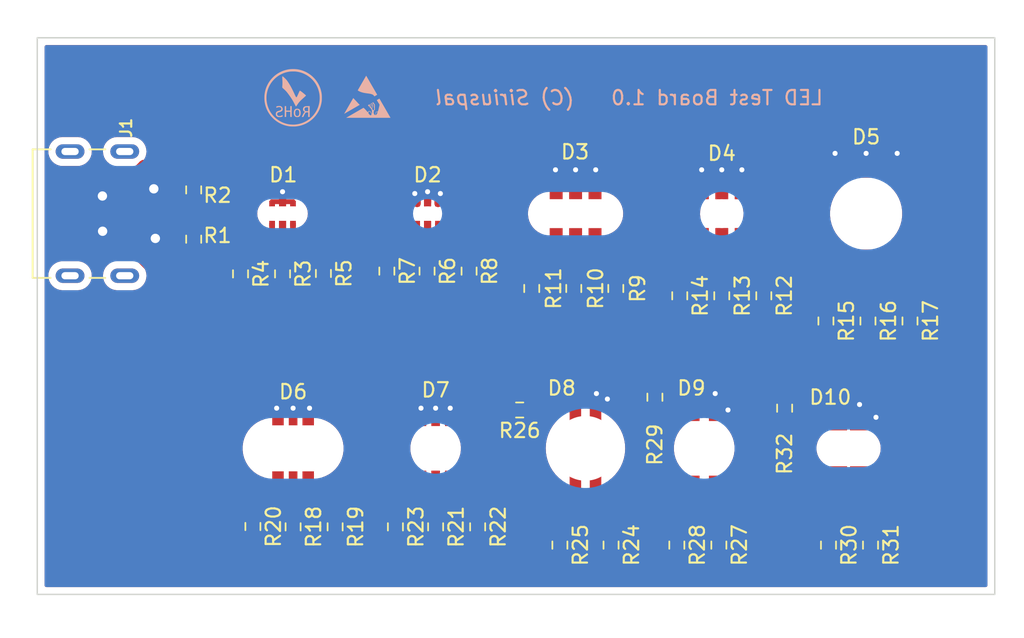
<source format=kicad_pcb>
(kicad_pcb (version 20211014) (generator pcbnew)
  (layers (0 "F.Cu" signal) (31 "B.Cu" signal) (34 "B.Paste" user) (35 "F.Paste" user) (36 "B.SilkS" user "B.Silkscreen") (37 "F.SilkS" user "F.Silkscreen") (38 "B.Mask" user) (39 "F.Mask" user) (44 "Edge.Cuts" user))
  (property "SCH_VER" "1.0")
  (property "VDD_VOLTAGE" "3.2 V")
  (property "VEE_VOLTAGE" "4.6 V")
  (net 0 "")
  (net 1 "Net-(D1-Pad1)")
  (net 2 "+5V")
  (net 3 "Net-(D1-Pad3)")
  (net 4 "Net-(D1-Pad5)")
  (net 5 "Net-(D2-Pad1)")
  (net 6 "Net-(D2-Pad3)")
  (net 7 "Net-(D2-Pad5)")
  (net 8 "Net-(D3-Pad1)")
  (net 9 "Net-(D3-Pad2)")
  (net 10 "Net-(D3-Pad3)")
  (net 11 "Net-(D4-Pad1)")
  (net 12 "Net-(D4-Pad2)")
  (net 13 "Net-(D4-Pad3)")
  (net 14 "Net-(D5-Pad4)")
  (net 15 "Net-(D5-Pad5)")
  (net 16 "Net-(D5-Pad6)")
  (net 17 "Net-(D6-Pad4)")
  (net 18 "Net-(D6-Pad5)")
  (net 19 "Net-(D6-Pad6)")
  (net 20 "Net-(D7-Pad4)")
  (net 21 "Net-(D7-Pad5)")
  (net 22 "Net-(D7-Pad6)")
  (net 23 "Net-(D8-Pad1)")
  (net 24 "Net-(D8-Pad2)")
  (net 25 "Net-(D8-Pad3)")
  (net 26 "Net-(D9-Pad1)")
  (net 27 "Net-(D9-Pad3)")
  (net 28 "Net-(D9-Pad4)")
  (net 29 "Net-(D10-Pad2)")
  (net 30 "Net-(D10-Pad3)")
  (net 31 "Net-(D10-Pad4)")
  (net 32 "Net-(J1-PadA5)")
  (net 33 "Net-(J1-PadB5)")
  (net 35 "GND")
  (footprint "Resistor_SMD:R_0603_1608Metric_Pad0.98x0.95mm_HandSolder" (layer "F.Cu") (at 117.78 84.017 -90)
    (fp_text reference "R18" (at 0 -1.43 90) (layer "F.SilkS"))
    (fp_text value "357R")
    (pad "1" smd roundrect locked (at -0.9125 0 270) (size 0.975 0.95) (layers "F.Cu" "F.Paste" "F.Mask") (net 18 "Net-(D6-Pad5)"))
    (pad "2" smd roundrect locked (at 0.9125 0 270) (size 0.975 0.95) (layers "F.Cu" "F.Paste" "F.Mask") (net 35 "GND"))
  )
  (footprint "Resistor_SMD:R_0603_1608Metric_Pad0.98x0.95mm_HandSolder" (layer "F.Cu") (at 130.607 84.017 -90)
    (fp_text reference "R22" (at 0 -1.43 90) (layer "F.SilkS"))
    (fp_text value "191R")
    (pad "1" smd roundrect locked (at -0.9125 0 270) (size 0.975 0.95) (layers "F.Cu" "F.Paste" "F.Mask") (net 20 "Net-(D7-Pad4)"))
    (pad "2" smd roundrect locked (at 0.9125 0 270) (size 0.975 0.95) (layers "F.Cu" "F.Paste" "F.Mask") (net 35 "GND"))
  )
  (footprint "Resistor_SMD:R_0603_1608Metric_Pad0.98x0.95mm_HandSolder" (layer "F.Cu") (at 157.912 85.287 -90)
    (fp_text reference "R31" (at 0 -1.43 90) (layer "F.SilkS"))
    (fp_text value "191R")
    (pad "1" smd roundrect locked (at -0.9125 0 270) (size 0.975 0.95) (layers "F.Cu" "F.Paste" "F.Mask") (net 31 "Net-(D10-Pad4)"))
    (pad "2" smd roundrect locked (at 0.9125 0 270) (size 0.975 0.95) (layers "F.Cu" "F.Paste" "F.Mask") (net 35 "GND"))
  )
  (footprint "Resistor_SMD:R_0603_1608Metric_Pad0.98x0.95mm_HandSolder" (layer "F.Cu") (at 124.296 66.229 -90)
    (fp_text reference "R7" (at 0 -1.43 90) (layer "F.SilkS"))
    (fp_text value "191R")
    (pad "1" smd roundrect locked (at -0.9125 0 270) (size 0.975 0.95) (layers "F.Cu" "F.Paste" "F.Mask") (net 5 "Net-(D2-Pad1)"))
    (pad "2" smd roundrect locked (at 0.9125 0 270) (size 0.975 0.95) (layers "F.Cu" "F.Paste" "F.Mask") (net 35 "GND"))
  )
  (footprint "AnalogueWallClockMirrorFootprintsLibrary:19-337C_RSBHGHC-A88_4T_Hole" (layer "F.Cu") (at 127.127 62.23 90)
    (fp_text reference "D2" (at 2.695 0 unlocked) (layer "F.SilkS"))
    (fp_text value "LED_RGB_1" hide)
    (pad "" np_thru_hole circle (at 0 0 90) (size 1 1) (drill 1) (layers F&B.Cu *.Mask))
    (pad "1" smd rect (at -0.7 -0.725 90) (size 0.4 0.4) (layers "F.Cu" "F.Paste" "F.Mask") (net 5 "Net-(D2-Pad1)"))
    (pad "2" smd rect (at 0.7 -0.725 90) (size 0.4 0.4) (layers "F.Cu" "F.Paste" "F.Mask") (net 2 "+5V"))
    (pad "3" smd rect (at -0.775 0 90) (size 0.55 0.5) (layers "F.Cu" "F.Paste" "F.Mask") (net 6 "Net-(D2-Pad3)"))
    (pad "4" smd rect (at 0.775 0 90) (size 0.55 0.5) (layers "F.Cu" "F.Paste" "F.Mask") (net 2 "+5V"))
    (pad "5" smd rect (at -0.7 0.725 90) (size 0.4 0.4) (layers "F.Cu" "F.Paste" "F.Mask") (net 7 "Net-(D2-Pad5)"))
    (pad "6" smd rect (at 0.7 0.725 90) (size 0.4 0.4) (layers "F.Cu" "F.Paste" "F.Mask") (net 2 "+5V"))
  )
  (footprint "Resistor_SMD:R_0603_1608Metric_Pad0.98x0.95mm_HandSolder" (layer "F.Cu") (at 124.892 84.017 -90)
    (fp_text reference "R23" (at 0 -1.43 90) (layer "F.SilkS"))
    (fp_text value "412R")
    (pad "1" smd roundrect locked (at -0.9125 0 270) (size 0.975 0.95) (layers "F.Cu" "F.Paste" "F.Mask") (net 22 "Net-(D7-Pad6)"))
    (pad "2" smd roundrect locked (at 0.9125 0 270) (size 0.975 0.95) (layers "F.Cu" "F.Paste" "F.Mask") (net 35 "GND"))
  )
  (footprint "Resistor_SMD:R_0603_1608Metric_Pad0.98x0.95mm_HandSolder" (layer "F.Cu") (at 110.871 60.579 90)
    (fp_text reference "R2" (at -0.381 1.651 180) (layer "F.SilkS"))
    (fp_text value "5.1k")
    (pad "1" smd roundrect locked (at -0.9125 0 90) (size 0.975 0.95) (layers "F.Cu" "F.Paste" "F.Mask") (net 32 "Net-(J1-PadA5)"))
    (pad "2" smd roundrect locked (at 0.9125 0 90) (size 0.975 0.95) (layers "F.Cu" "F.Paste" "F.Mask") (net 35 "GND"))
  )
  (footprint "Resistor_SMD:R_0603_1608Metric_Pad0.98x0.95mm_HandSolder" (layer "F.Cu") (at 160.655 69.6995 -90)
    (fp_text reference "R17" (at 0 -1.43 90) (layer "F.SilkS"))
    (fp_text value "412R")
    (pad "1" smd roundrect locked (at -0.9125 0 270) (size 0.975 0.95) (layers "F.Cu" "F.Paste" "F.Mask") (net 14 "Net-(D5-Pad4)"))
    (pad "2" smd roundrect locked (at 0.9125 0 270) (size 0.975 0.95) (layers "F.Cu" "F.Paste" "F.Mask") (net 35 "GND"))
  )
  (footprint "Resistor_SMD:R_0603_1608Metric_Pad0.98x0.95mm_HandSolder" (layer "F.Cu") (at 133.528 75.889 180)
    (fp_text reference "R26" (at 0 -1.43) (layer "F.SilkS"))
    (fp_text value "412R")
    (pad "1" smd roundrect locked (at -0.9125 0 180) (size 0.975 0.95) (layers "F.Cu" "F.Paste" "F.Mask") (net 23 "Net-(D8-Pad1)"))
    (pad "2" smd roundrect locked (at 0.9125 0 180) (size 0.975 0.95) (layers "F.Cu" "F.Paste" "F.Mask") (net 35 "GND"))
  )
  (footprint "Resistor_SMD:R_0603_1608Metric_Pad0.98x0.95mm_HandSolder" (layer "F.Cu") (at 154.813 69.6995 -90)
    (fp_text reference "R15" (at 0 -1.43 90) (layer "F.SilkS"))
    (fp_text value "357R")
    (pad "1" smd roundrect locked (at -0.9125 0 270) (size 0.975 0.95) (layers "F.Cu" "F.Paste" "F.Mask") (net 16 "Net-(D5-Pad6)"))
    (pad "2" smd roundrect locked (at 0.9125 0 270) (size 0.975 0.95) (layers "F.Cu" "F.Paste" "F.Mask") (net 35 "GND"))
  )
  (footprint "AnalogueWallClockMirrorFootprintsLibrary:SMLVN6RGB1W1‎_Cutout" (layer "F.Cu") (at 117.78 78.556 90)
    (fp_text reference "D6" (at 3.932 0 unlocked) (layer "F.SilkS"))
    (fp_text value "LED_RGB_5" hide)
    (pad "" np_thru_hole oval (at 0 0 90) (size 3.2 6) (drill oval 3.2 6) (layers F&B.Cu *.Mask))
    (pad "1" smd rect (at 1.9 -1.05 90) (size 0.7 0.8) (layers "F.Cu" "F.Paste" "F.Mask") (net 2 "+5V"))
    (pad "2" smd rect (at 1.9 0 90) (size 0.7 0.6) (layers "F.Cu" "F.Paste" "F.Mask") (net 2 "+5V"))
    (pad "3" smd rect (at 1.9 1.05 90) (size 0.7 0.8) (layers "F.Cu" "F.Paste" "F.Mask") (net 2 "+5V"))
    (pad "4" smd rect (at -1.9 1.05 90) (size 0.7 0.8) (layers "F.Cu" "F.Paste" "F.Mask") (net 17 "Net-(D6-Pad4)"))
    (pad "5" smd rect (at -1.9 0 90) (size 0.7 0.6) (layers "F.Cu" "F.Paste" "F.Mask") (net 18 "Net-(D6-Pad5)"))
    (pad "6" smd rect (at -1.9 -1.05 90) (size 0.7 0.8) (layers "F.Cu" "F.Paste" "F.Mask") (net 19 "Net-(D6-Pad6)"))
  )
  (footprint "LED_SMD:QBLP677R-RGB" (layer "F.Cu") (at 138.1 78.556 90)
    (fp_text reference "D8" (at 4.191 -1.651 unlocked) (layer "F.SilkS"))
    (fp_text value "LED_BGRA_1" hide)
    (pad "" np_thru_hole circle (at 0 0 90) (size 4.5 4.5) (drill 4.5) (layers F&B.Cu *.Mask))
    (pad "1" smd rect (at 2.375 -0.7 90) (size 1.55 0.8) (layers "F.Cu" "F.Paste" "F.Mask") (net 23 "Net-(D8-Pad1)"))
    (pad "2" smd rect (at -2.375 -0.7 90) (size 1.55 0.8) (layers "F.Cu" "F.Paste" "F.Mask") (net 24 "Net-(D8-Pad2)"))
    (pad "3" smd rect (at -2.375 0.7 90) (size 1.55 0.8) (layers "F.Cu" "F.Paste" "F.Mask") (net 25 "Net-(D8-Pad3)"))
    (pad "4" smd rect (at 2.375 0.7 90) (size 1.55 0.8) (layers "F.Cu" "F.Paste" "F.Mask") (net 2 "+5V"))
  )
  (footprint "Resistor_SMD:R_0603_1608Metric_Pad0.98x0.95mm_HandSolder" (layer "F.Cu") (at 147.371 85.287 -90)
    (fp_text reference "R27" (at 0 -1.43 90) (layer "F.SilkS"))
    (fp_text value "357R")
    (pad "1" smd roundrect locked (at -0.9125 0 270) (size 0.975 0.95) (layers "F.Cu" "F.Paste" "F.Mask") (net 26 "Net-(D9-Pad1)"))
    (pad "2" smd roundrect locked (at 0.9125 0 270) (size 0.975 0.95) (layers "F.Cu" "F.Paste" "F.Mask") (net 35 "GND"))
  )
  (footprint "LED_SMD:156120M173000" (layer "F.Cu") (at 156.388 78.556 -90)
    (fp_text reference "D10" (at -3.556 1.27 unlocked) (layer "F.SilkS"))
    (fp_text value "LED_ABRG" hide)
    (pad "" np_thru_hole oval (at 0 0 270) (size 1.6 3.45) (drill oval 1.6 3.45) (layers F&B.Cu *.Mask))
    (pad "1" smd rect (at -1.85 -0.7 270) (size 1.2 1.2) (layers "F.Cu" "F.Paste" "F.Mask") (net 2 "+5V"))
    (pad "2" smd rect (at -1.85 0.7 270) (size 1.2 1.2) (layers "F.Cu" "F.Paste" "F.Mask") (net 29 "Net-(D10-Pad2)"))
    (pad "3" smd rect (at 1.85 0.7 270) (size 1.2 1.2) (layers "F.Cu" "F.Paste" "F.Mask") (net 30 "Net-(D10-Pad3)"))
    (pad "4" smd rect (at 1.85 -0.7 270) (size 1.2 1.2) (layers "F.Cu" "F.Paste" "F.Mask") (net 31 "Net-(D10-Pad4)"))
  )
  (footprint "Resistor_SMD:R_0603_1608Metric_Pad0.98x0.95mm_HandSolder" (layer "F.Cu") (at 136.322 85.287 -90)
    (fp_text reference "R25" (at 0 -1.43 90) (layer "F.SilkS"))
    (fp_text value "191R")
    (pad "1" smd roundrect locked (at -0.9125 0 270) (size 0.975 0.95) (layers "F.Cu" "F.Paste" "F.Mask") (net 24 "Net-(D8-Pad2)"))
    (pad "2" smd roundrect locked (at 0.9125 0 270) (size 0.975 0.95) (layers "F.Cu" "F.Paste" "F.Mask") (net 35 "GND"))
  )
  (footprint "Resistor_SMD:R_0603_1608Metric_Pad0.98x0.95mm_HandSolder" (layer "F.Cu") (at 157.734 69.6995 -90)
    (fp_text reference "R16" (at 0 -1.43 90) (layer "F.SilkS"))
    (fp_text value "191R")
    (pad "1" smd roundrect locked (at -0.9125 0 270) (size 0.975 0.95) (layers "F.Cu" "F.Paste" "F.Mask") (net 15 "Net-(D5-Pad5)"))
    (pad "2" smd roundrect locked (at 0.9125 0 270) (size 0.975 0.95) (layers "F.Cu" "F.Paste" "F.Mask") (net 35 "GND"))
  )
  (footprint "Resistor_SMD:R_0603_1608Metric_Pad0.98x0.95mm_HandSolder" (layer "F.Cu") (at 142.926 75 90)
    (fp_text reference "R29" (at -3.302 0 90) (layer "F.SilkS"))
    (fp_text value "412R")
    (pad "1" smd roundrect locked (at -0.9125 0 90) (size 0.975 0.95) (layers "F.Cu" "F.Paste" "F.Mask") (net 27 "Net-(D9-Pad3)"))
    (pad "2" smd roundrect locked (at 0.9125 0 90) (size 0.975 0.95) (layers "F.Cu" "F.Paste" "F.Mask") (net 35 "GND"))
  )
  (footprint "Connector_USB:USB-C-PowerOnly" (layer "F.Cu") (at 106.078 62.23 -90)
    (fp_text reference "J1" (at -5.969 -0.094 90) (layer "F.SilkS") (effects (font (size 0.787402 0.787402))))
    (fp_text value "USB_C" hide)
    (pad "A5" smd rect (at -0.5 -0.005 270) (size 0.7 1.15) (layers "F.Cu" "F.Paste" "F.Mask") (net 32 "Net-(J1-PadA5)"))
    (pad "A9" smd rect (at 1.52 -0.005 270) (size 0.8 1.15) (layers "F.Cu" "F.Paste" "F.Mask") (net 2 "+5V"))
    (pad "A12" smd rect (at 2.75 -0.005 270) (size 0.9 1.15) (layers "F.Cu" "F.Paste" "F.Mask") (net 35 "GND"))
    (pad "B5" smd rect (at 0.5 -0.005 270) (size 0.7 1.15) (layers "F.Cu" "F.Paste" "F.Mask") (net 33 "Net-(J1-PadB5)"))
    (pad "B9" smd rect (at -1.52 -0.005 270) (size 0.8 1.15) (layers "F.Cu" "F.Paste" "F.Mask") (net 2 "+5V"))
    (pad "B12" smd rect (at -2.75 -0.005 270) (size 0.9 1.15) (layers "F.Cu" "F.Paste" "F.Mask") (net 35 "GND"))
    (pad "S1" thru_hole oval (at -4.32 0 270) (size 1 2) (drill oval 0.5 1.2) (layers *.Cu *.Mask))
    (pad "S2" thru_hole oval (at 4.32 0 270) (size 1 2) (drill oval 0.5 1.2) (layers *.Cu *.Mask))
    (pad "S3" thru_hole oval (at -4.32 3.8 270) (size 1 2) (drill oval 0.5 1.2) (layers *.Cu *.Mask))
    (pad "S4" thru_hole oval (at 4.32 3.8 270) (size 1 2) (drill oval 0.5 1.2) (layers *.Cu *.Mask))
  )
  (footprint "Resistor_SMD:R_0603_1608Metric_Pad0.98x0.95mm_HandSolder" (layer "F.Cu") (at 114.986 83.9935 -90)
    (fp_text reference "R20" (at 0 -1.43 90) (layer "F.SilkS"))
    (fp_text value "412R")
    (pad "1" smd roundrect locked (at -0.9125 0 270) (size 0.975 0.95) (layers "F.Cu" "F.Paste" "F.Mask") (net 19 "Net-(D6-Pad6)"))
    (pad "2" smd roundrect locked (at 0.9125 0 270) (size 0.975 0.95) (layers "F.Cu" "F.Paste" "F.Mask") (net 35 "GND"))
  )
  (footprint "Resistor_SMD:R_0603_1608Metric_Pad0.98x0.95mm_HandSolder" (layer "F.Cu") (at 154.991 85.287 -90)
    (fp_text reference "R30" (at 0 -1.43 90) (layer "F.SilkS"))
    (fp_text value "357R")
    (pad "1" smd roundrect locked (at -0.9125 0 270) (size 0.975 0.95) (layers "F.Cu" "F.Paste" "F.Mask") (net 30 "Net-(D10-Pad3)"))
    (pad "2" smd roundrect locked (at 0.9125 0 270) (size 0.975 0.95) (layers "F.Cu" "F.Paste" "F.Mask") (net 35 "GND"))
  )
  (footprint "Resistor_SMD:R_0603_1608Metric_Pad0.98x0.95mm_HandSolder" (layer "F.Cu") (at 137.287 67.437 -90)
    (fp_text reference "R10" (at 0 -1.524 90) (layer "F.SilkS"))
    (fp_text value "191R")
    (pad "1" smd roundrect locked (at -0.9125 0 270) (size 0.975 0.95) (layers "F.Cu" "F.Paste" "F.Mask") (net 9 "Net-(D3-Pad2)"))
    (pad "2" smd roundrect locked (at 0.9125 0 270) (size 0.975 0.95) (layers "F.Cu" "F.Paste" "F.Mask") (net 35 "GND"))
  )
  (footprint "Fiducial:Fiducial_0.75mm_Mask1.5mm" (layer "F.Cu") (at 102.032 86.684)
    (fp_text reference "FID1" hide)
    (fp_text value "Fiducial" hide)
    (pad "" smd circle locked (at 0 0) (size 0.75 0.75) (layers "F.Cu" "F.Mask") (clearance 0.375))
  )
  (footprint "Resistor_SMD:R_0603_1608Metric_Pad0.98x0.95mm_HandSolder" (layer "F.Cu") (at 144.653 67.945 -90)
    (fp_text reference "R14" (at 0 -1.43 90) (layer "F.SilkS"))
    (fp_text value "412R")
    (pad "1" smd roundrect locked (at -0.9125 0 270) (size 0.975 0.95) (layers "F.Cu" "F.Paste" "F.Mask") (net 13 "Net-(D4-Pad3)"))
    (pad "2" smd roundrect locked (at 0.9125 0 270) (size 0.975 0.95) (layers "F.Cu" "F.Paste" "F.Mask") (net 35 "GND"))
  )
  (footprint "AnalogueWallClockMirrorFootprintsLibrary:APF3236SEEZGQBDC_Hole" (layer "F.Cu") (at 147.574 62.23 -90)
    (fp_text reference "D4" (at -4.191 0 unlocked) (layer "F.SilkS"))
    (fp_text value "LED_RGB_2" hide)
    (pad "" np_thru_hole circle (at 0 0 270) (size 2 2) (drill 2) (layers F&B.Cu *.Mask))
    (pad "1" smd rect (at 1.75 -1.35 270) (size 1.5 0.9) (layers "F.Cu" "F.Paste" "F.Mask") (net 11 "Net-(D4-Pad1)"))
    (pad "2" smd rect (at 1.75 0 270) (size 1.5 0.9) (layers "F.Cu" "F.Paste" "F.Mask") (net 12 "Net-(D4-Pad2)"))
    (pad "3" smd rect (at 1.75 1.35 270) (size 1.5 0.9) (layers "F.Cu" "F.Paste" "F.Mask") (net 13 "Net-(D4-Pad3)"))
    (pad "4" smd rect (at -1.75 -1.35 270) (size 1.5 0.9) (layers "F.Cu" "F.Paste" "F.Mask") (net 2 "+5V"))
    (pad "5" smd rect (at -1.75 0 270) (size 1.5 0.9) (layers "F.Cu" "F.Paste" "F.Mask") (net 2 "+5V"))
    (pad "6" smd rect (at -1.75 1.35 270) (size 1.5 0.9) (layers "F.Cu" "F.Paste" "F.Mask") (net 2 "+5V"))
  )
  (footprint "Resistor_SMD:R_0603_1608Metric_Pad0.98x0.95mm_HandSolder" (layer "F.Cu") (at 120.701 84.017 -90)
    (fp_text reference "R19" (at 0 -1.43 90) (layer "F.SilkS"))
    (fp_text value "191R")
    (pad "1" smd roundrect locked (at -0.9125 0 270) (size 0.975 0.95) (layers "F.Cu" "F.Paste" "F.Mask") (net 17 "Net-(D6-Pad4)"))
    (pad "2" smd roundrect locked (at 0.9125 0 270) (size 0.975 0.95) (layers "F.Cu" "F.Paste" "F.Mask") (net 35 "GND"))
  )
  (footprint "Resistor_SMD:R_0603_1608Metric_Pad0.98x0.95mm_HandSolder" (layer "F.Cu") (at 144.45 85.287 -90)
    (fp_text reference "R28" (at 0 -1.43 90) (layer "F.SilkS"))
    (fp_text value "191R")
    (pad "1" smd roundrect locked (at -0.9125 0 270) (size 0.975 0.95) (layers "F.Cu" "F.Paste" "F.Mask") (net 28 "Net-(D9-Pad4)"))
    (pad "2" smd roundrect locked (at 0.9125 0 270) (size 0.975 0.95) (layers "F.Cu" "F.Paste" "F.Mask") (net 35 "GND"))
  )
  (footprint "Resistor_SMD:R_0603_1608Metric_Pad0.98x0.95mm_HandSolder" (layer "F.Cu") (at 117.047 66.421 -90)
    (fp_text reference "R3" (at 0 -1.43 90) (layer "F.SilkS"))
    (fp_text value "357R")
    (pad "1" smd roundrect locked (at -0.9125 0 270) (size 0.975 0.95) (layers "F.Cu" "F.Paste" "F.Mask") (net 3 "Net-(D1-Pad3)"))
    (pad "2" smd roundrect locked (at 0.9125 0 270) (size 0.975 0.95) (layers "F.Cu" "F.Paste" "F.Mask") (net 35 "GND"))
  )
  (footprint "Fiducial:Fiducial_0.75mm_Mask1.5mm" (layer "F.Cu") (at 164.008 86.176)
    (fp_text reference "FID2" hide)
    (fp_text value "Fiducial" hide)
    (pad "" smd circle locked (at 0 0) (size 0.75 0.75) (layers "F.Cu" "F.Mask") (clearance 0.375))
  )
  (footprint "Resistor_SMD:R_0603_1608Metric_Pad0.98x0.95mm_HandSolder" (layer "F.Cu") (at 127.09 66.229 -90)
    (fp_text reference "R6" (at 0 -1.43 90) (layer "F.SilkS"))
    (fp_text value "357R")
    (pad "1" smd roundrect locked (at -0.9125 0 270) (size 0.975 0.95) (layers "F.Cu" "F.Paste" "F.Mask") (net 6 "Net-(D2-Pad3)"))
    (pad "2" smd roundrect locked (at 0.9125 0 270) (size 0.975 0.95) (layers "F.Cu" "F.Paste" "F.Mask") (net 35 "GND"))
  )
  (footprint "AnalogueWallClockMirrorFootprintsLibrary:19-337C_RSBHGHC-A88_4T_Cutout" (layer "F.Cu") (at 117.047 62.23 90)
    (fp_text reference "D1" (at 2.695 0.047 unlocked) (layer "F.SilkS"))
    (fp_text value "LED_RGB_1" hide)
    (pad "" np_thru_hole oval (at 0 0 90) (size 1 2.5) (drill oval 1 2.5) (layers F&B.Cu *.Mask))
    (pad "1" smd rect (at -0.7 -0.725 90) (size 0.4 0.4) (layers "F.Cu" "F.Paste" "F.Mask") (net 1 "Net-(D1-Pad1)"))
    (pad "2" smd rect (at 0.7 -0.725 90) (size 0.4 0.4) (layers "F.Cu" "F.Paste" "F.Mask") (net 2 "+5V"))
    (pad "3" smd rect (at -0.775 0 90) (size 0.55 0.5) (layers "F.Cu" "F.Paste" "F.Mask") (net 3 "Net-(D1-Pad3)"))
    (pad "4" smd rect (at 0.775 0 90) (size 0.55 0.5) (layers "F.Cu" "F.Paste" "F.Mask") (net 2 "+5V"))
    (pad "5" smd rect (at -0.7 0.725 90) (size 0.4 0.4) (layers "F.Cu" "F.Paste" "F.Mask") (net 4 "Net-(D1-Pad5)"))
    (pad "6" smd rect (at 0.7 0.725 90) (size 0.4 0.4) (layers "F.Cu" "F.Paste" "F.Mask") (net 2 "+5V"))
  )
  (footprint "AnalogueWallClockMirrorFootprintsLibrary:SMLVN6RGB1W1‎_Hole" (layer "F.Cu") (at 127.686 78.556 90)
    (fp_text reference "D7" (at 4.059 0 unlocked) (layer "F.SilkS"))
    (fp_text value "LED_RGB_5" hide)
    (pad "" np_thru_hole circle (at 0 0 90) (size 2.5 2.5) (drill 2.5) (layers F&B.Cu *.Mask))
    (pad "1" smd rect (at 1.9 -1.05 90) (size 0.7 0.8) (layers "F.Cu" "F.Paste" "F.Mask") (net 2 "+5V"))
    (pad "2" smd rect (at 1.9 0 90) (size 0.7 0.6) (layers "F.Cu" "F.Paste" "F.Mask") (net 2 "+5V"))
    (pad "3" smd rect (at 1.9 1.05 90) (size 0.7 0.8) (layers "F.Cu" "F.Paste" "F.Mask") (net 2 "+5V"))
    (pad "4" smd rect (at -1.9 1.05 90) (size 0.7 0.8) (layers "F.Cu" "F.Paste" "F.Mask") (net 20 "Net-(D7-Pad4)"))
    (pad "5" smd rect (at -1.9 0 90) (size 0.7 0.6) (layers "F.Cu" "F.Paste" "F.Mask") (net 21 "Net-(D7-Pad5)"))
    (pad "6" smd rect (at -1.9 -1.05 90) (size 0.7 0.8) (layers "F.Cu" "F.Paste" "F.Mask") (net 22 "Net-(D7-Pad6)"))
  )
  (footprint "Resistor_SMD:R_0603_1608Metric_Pad0.98x0.95mm_HandSolder" (layer "F.Cu") (at 150.495 67.945 -90)
    (fp_text reference "R12" (at 0 -1.43 90) (layer "F.SilkS"))
    (fp_text value "357R")
    (pad "1" smd roundrect locked (at -0.9125 0 270) (size 0.975 0.95) (layers "F.Cu" "F.Paste" "F.Mask") (net 11 "Net-(D4-Pad1)"))
    (pad "2" smd roundrect locked (at 0.9125 0 270) (size 0.975 0.95) (layers "F.Cu" "F.Paste" "F.Mask") (net 35 "GND"))
  )
  (footprint "Resistor_SMD:R_0603_1608Metric_Pad0.98x0.95mm_HandSolder" (layer "F.Cu") (at 134.366 67.437 -90)
    (fp_text reference "R11" (at 0 -1.524 90) (layer "F.SilkS"))
    (fp_text value "412R")
    (pad "1" smd roundrect locked (at -0.9125 0 270) (size 0.975 0.95) (layers "F.Cu" "F.Paste" "F.Mask") (net 10 "Net-(D3-Pad3)"))
    (pad "2" smd roundrect locked (at 0.9125 0 270) (size 0.975 0.95) (layers "F.Cu" "F.Paste" "F.Mask") (net 35 "GND"))
  )
  (footprint "Resistor_SMD:R_0603_1608Metric_Pad0.98x0.95mm_HandSolder" (layer "F.Cu") (at 114.126 66.421 -90)
    (fp_text reference "R4" (at 0 -1.43 90) (layer "F.SilkS"))
    (fp_text value "191R")
    (pad "1" smd roundrect locked (at -0.9125 0 270) (size 0.975 0.95) (layers "F.Cu" "F.Paste" "F.Mask") (net 1 "Net-(D1-Pad1)"))
    (pad "2" smd roundrect locked (at 0.9125 0 270) (size 0.975 0.95) (layers "F.Cu" "F.Paste" "F.Mask") (net 35 "GND"))
  )
  (footprint "Resistor_SMD:R_0603_1608Metric_Pad0.98x0.95mm_HandSolder" (layer "F.Cu") (at 119.888 66.393 -90)
    (fp_text reference "R5" (at 0 -1.43 90) (layer "F.SilkS"))
    (fp_text value "412R")
    (pad "1" smd roundrect locked (at -0.9125 0 270) (size 0.975 0.95) (layers "F.Cu" "F.Paste" "F.Mask") (net 4 "Net-(D1-Pad5)"))
    (pad "2" smd roundrect locked (at 0.9125 0 270) (size 0.975 0.95) (layers "F.Cu" "F.Paste" "F.Mask") (net 35 "GND"))
  )
  (footprint "AnalogueWallClockMirrorFootprintsLibrary:CLP6C-FKB-CK1P1G1BB7R3R3_Hole" (layer "F.Cu") (at 157.607 62.23 90)
    (fp_text reference "D5" (at 5.334 0 unlocked) (layer "F.SilkS"))
    (fp_text value "LED_RGB_4" hide)
    (pad "" np_thru_hole circle (at 0 0 90) (size 4 4) (drill 4) (layers F&B.Cu *.Mask))
    (pad "1" smd rect (at 3.1 -2.1 90) (size 1.2 1.6) (layers "F.Cu" "F.Paste" "F.Mask") (net 2 "+5V"))
    (pad "2" smd rect (at 3.1 0 90) (size 1.2 1.6) (layers "F.Cu" "F.Paste" "F.Mask") (net 2 "+5V"))
    (pad "3" smd rect (at 3.1 2.1 90) (size 1.2 1.6) (layers "F.Cu" "F.Paste" "F.Mask") (net 2 "+5V"))
    (pad "4" smd rect (at -3.1 2.1 90) (size 1.2 1.6) (layers "F.Cu" "F.Paste" "F.Mask") (net 14 "Net-(D5-Pad4)"))
    (pad "5" smd rect (at -3.1 0 90) (size 1.2 1.6) (layers "F.Cu" "F.Paste" "F.Mask") (net 15 "Net-(D5-Pad5)"))
    (pad "6" smd rect (at -3.1 -2.1 90) (size 1.2 1.6) (layers "F.Cu" "F.Paste" "F.Mask") (net 16 "Net-(D5-Pad6)"))
  )
  (footprint "Resistor_SMD:R_0603_1608Metric_Pad0.98x0.95mm_HandSolder" (layer "F.Cu") (at 110.871 64.008 -90)
    (fp_text reference "R1" (at -0.254 -1.651 180) (layer "F.SilkS"))
    (fp_text value "5.1k")
    (pad "1" smd roundrect locked (at -0.9125 0 270) (size 0.975 0.95) (layers "F.Cu" "F.Paste" "F.Mask") (net 33 "Net-(J1-PadB5)"))
    (pad "2" smd roundrect locked (at 0.9125 0 270) (size 0.975 0.95) (layers "F.Cu" "F.Paste" "F.Mask") (net 35 "GND"))
  )
  (footprint "Resistor_SMD:R_0603_1608Metric_Pad0.98x0.95mm_HandSolder" (layer "F.Cu") (at 147.574 67.945 -90)
    (fp_text reference "R13" (at 0 -1.43 90) (layer "F.SilkS"))
    (fp_text value "191R")
    (pad "1" smd roundrect locked (at -0.9125 0 270) (size 0.975 0.95) (layers "F.Cu" "F.Paste" "F.Mask") (net 12 "Net-(D4-Pad2)"))
    (pad "2" smd roundrect locked (at 0.9125 0 270) (size 0.975 0.95) (layers "F.Cu" "F.Paste" "F.Mask") (net 35 "GND"))
  )
  (footprint "LED_SMD:XZMDKCBDDG45S-9" (layer "F.Cu") (at 146.355 78.556 -90)
    (fp_text reference "D9" (at -4.191 0.889 unlocked) (layer "F.SilkS"))
    (fp_text value "LED_RABG" hide)
    (pad "" np_thru_hole circle (at 0 0 270) (size 3.2 3.2) (drill 3.2) (layers F&B.Cu *.Mask))
    (pad "1" smd rect (at 2.6 -0.725 270) (size 1.4 0.8) (layers "F.Cu" "F.Paste" "F.Mask") (net 26 "Net-(D9-Pad1)"))
    (pad "2" smd rect (at -2.6 -0.725 270) (size 1.4 0.8) (layers "F.Cu" "F.Paste" "F.Mask") (net 2 "+5V"))
    (pad "3" smd rect (at -2.6 0.725 270) (size 1.4 0.8) (layers "F.Cu" "F.Paste" "F.Mask") (net 27 "Net-(D9-Pad3)"))
    (pad "4" smd rect (at 2.6 0.725 270) (size 1.4 0.8) (layers "F.Cu" "F.Paste" "F.Mask") (net 28 "Net-(D9-Pad4)"))
  )
  (footprint "Fiducial:Fiducial_0.75mm_Mask1.5mm" (layer "F.Cu") (at 101.6 51.816)
    (fp_text reference "FID3" hide)
    (fp_text value "Fiducial" hide)
    (pad "" smd circle locked (at 0 0) (size 0.75 0.75) (layers "F.Cu" "F.Mask") (clearance 0.375))
  )
  (footprint "AnalogueWallClockMirrorFootprintsLibrary:APF3236SEEZGQBDC_Cutout" (layer "F.Cu") (at 137.414 62.23 -90)
    (fp_text reference "D3" (at -4.29 0.04 unlocked) (layer "F.SilkS"))
    (fp_text value "LED_RGB_2" hide)
    (pad "" np_thru_hole oval (at 0 0 270) (size 2 5.6) (drill oval 2 5.6) (layers F&B.Cu *.Mask))
    (pad "1" smd rect (at 1.75 -1.35 270) (size 1.5 0.9) (layers "F.Cu" "F.Paste" "F.Mask") (net 8 "Net-(D3-Pad1)"))
    (pad "2" smd rect (at 1.75 0 270) (size 1.5 0.9) (layers "F.Cu" "F.Paste" "F.Mask") (net 9 "Net-(D3-Pad2)"))
    (pad "3" smd rect (at 1.75 1.35 270) (size 1.5 0.9) (layers "F.Cu" "F.Paste" "F.Mask") (net 10 "Net-(D3-Pad3)"))
    (pad "4" smd rect (at -1.75 -1.35 270) (size 1.5 0.9) (layers "F.Cu" "F.Paste" "F.Mask") (net 2 "+5V"))
    (pad "5" smd rect (at -1.75 0 270) (size 1.5 0.9) (layers "F.Cu" "F.Paste" "F.Mask") (net 2 "+5V"))
    (pad "6" smd rect (at -1.75 1.35 270) (size 1.5 0.9) (layers "F.Cu" "F.Paste" "F.Mask") (net 2 "+5V"))
  )
  (footprint "Resistor_SMD:R_0603_1608Metric_Pad0.98x0.95mm_HandSolder" (layer "F.Cu") (at 140.208 67.437 -90)
    (fp_text reference "R9" (at 0 -1.524 90) (layer "F.SilkS"))
    (fp_text value "357R")
    (pad "1" smd roundrect locked (at -0.9125 0 270) (size 0.975 0.95) (layers "F.Cu" "F.Paste" "F.Mask") (net 8 "Net-(D3-Pad1)"))
    (pad "2" smd roundrect locked (at 0.9125 0 270) (size 0.975 0.95) (layers "F.Cu" "F.Paste" "F.Mask") (net 35 "GND"))
  )
  (footprint "Resistor_SMD:R_0603_1608Metric_Pad0.98x0.95mm_HandSolder" (layer "F.Cu") (at 130.011 66.229 -90)
    (fp_text reference "R8" (at 0 -1.43 90) (layer "F.SilkS"))
    (fp_text value "412R")
    (pad "1" smd roundrect locked (at -0.9125 0 270) (size 0.975 0.95) (layers "F.Cu" "F.Paste" "F.Mask") (net 7 "Net-(D2-Pad5)"))
    (pad "2" smd roundrect locked (at 0.9125 0 270) (size 0.975 0.95) (layers "F.Cu" "F.Paste" "F.Mask") (net 35 "GND"))
  )
  (footprint "Resistor_SMD:R_0603_1608Metric_Pad0.98x0.95mm_HandSolder" (layer "F.Cu") (at 151.943 75.762 90)
    (fp_text reference "R32" (at -3.175 0 90) (layer "F.SilkS"))
    (fp_text value "412R")
    (pad "1" smd roundrect locked (at -0.9125 0 90) (size 0.975 0.95) (layers "F.Cu" "F.Paste" "F.Mask") (net 29 "Net-(D10-Pad2)"))
    (pad "2" smd roundrect locked (at 0.9125 0 90) (size 0.975 0.95) (layers "F.Cu" "F.Paste" "F.Mask") (net 35 "GND"))
  )
  (footprint "Resistor_SMD:R_0603_1608Metric_Pad0.98x0.95mm_HandSolder" (layer "F.Cu") (at 139.878 85.287 -90)
    (fp_text reference "R24" (at 0 -1.43 90) (layer "F.SilkS"))
    (fp_text value "357R")
    (pad "1" smd roundrect locked (at -0.9125 0 270) (size 0.975 0.95) (layers "F.Cu" "F.Paste" "F.Mask") (net 25 "Net-(D8-Pad3)"))
    (pad "2" smd roundrect locked (at 0.9125 0 270) (size 0.975 0.95) (layers "F.Cu" "F.Paste" "F.Mask") (net 35 "GND"))
  )
  (footprint "Resistor_SMD:R_0603_1608Metric_Pad0.98x0.95mm_HandSolder" (layer "F.Cu") (at 127.686 84.017 -90)
    (fp_text reference "R21" (at 0 -1.43 90) (layer "F.SilkS"))
    (fp_text value "357R")
    (pad "1" smd roundrect locked (at -0.9125 0 270) (size 0.975 0.95) (layers "F.Cu" "F.Paste" "F.Mask") (net 21 "Net-(D7-Pad5)"))
    (pad "2" smd roundrect locked (at 0.9125 0 270) (size 0.975 0.95) (layers "F.Cu" "F.Paste" "F.Mask") (net 35 "GND"))
  )
  (footprint "Symbol:RoHSLogo" (layer "B.Cu") (at 117.78 54.172 180)
    (fp_text reference "G***" hide)
    (fp_text value "LOGO" hide)
  )
  (footprint "Symbol:ESD_Susceptible" (layer "B.Cu") (at 122.86 54.172 180)
    (fp_text reference "G***" hide)
    (fp_text value "LOGO" hide)
  )
  (gr_line (start 116.285 61.468) (end 117.047 61.468) (layer "F.Cu") (width 0.2))
  (gr_line (start 139.624 75) (end 139.243 75) (layer "F.Cu") (width 0.2))
  (gr_line (start 139.243 75) (end 139.243 75.127) (layer "F.Cu") (width 0.2))
  (gr_line (start 138.862 74.746) (end 139.116 75.381) (layer "F.Cu") (width 0.2))
  (gr_line (start 139.243 75.127) (end 139.497 75.127) (layer "F.Cu") (width 0.2))
  (gr_line (start 117.047 61.468) (end 117.809 61.468) (layer "F.Cu") (width 0.2))
  (gr_line (start 139.751 74.873) (end 139.116 74.873) (layer "F.Cu") (width 0.2))
  (gr_line (start 139.116 74.492) (end 139.116 75.508) (layer "F.Cu") (width 0.2))
  (gr_line (start 138.481 75.508) (end 138.481 74.492) (layer "F.Cu") (width 0.2))
  (gr_line (start 117.809 61.468) (end 117.809 61.341) (layer "F.Cu") (width 0.2))
  (gr_line (start 139.116 74.873) (end 139.116 75.254) (layer "F.Cu") (width 0.2))
  (gr_line (start 139.116 75.254) (end 139.624 75.254) (layer "F.Cu") (width 0.2))
  (gr_line (start 139.624 75.254) (end 139.624 75) (layer "F.Cu") (width 0.2))
  (gr_line (start 138.608 74.492) (end 139.116 74.492) (layer "F.Cu") (width 0.2))
  (gr_line (start 116.285 61.341) (end 116.285 61.468) (layer "F.Cu") (width 0.2))
  (gr_line (start 139.878 74.746) (end 138.862 74.746) (layer "F.Cu") (width 0.2))
  (gr_line (start 139.116 75.381) (end 139.751 75.381) (layer "F.Cu") (width 0.2))
  (gr_line (start 139.878 75.508) (end 139.878 74.746) (layer "F.Cu") (width 0.2))
  (gr_line (start 139.751 75.381) (end 139.751 74.873) (layer "F.Cu") (width 0.2))
  (gr_line (start 138.989 74.619) (end 138.7985 75.508) (layer "F.Cu") (width 0.2))
  (gr_line (start 117.047 61.341) (end 116.285 61.341) (layer "F.Cu") (width 0.2))
  (gr_line (start 138.481 74.492) (end 139.116 74.492) (layer "F.Cu") (width 0.2))
  (gr_line (start 138.7985 74.492) (end 138.7985 75.508) (layer "F.Cu") (width 0.2))
  (gr_line (start 138.7985 75.508) (end 139.878 75.508) (layer "F.Cu") (width 0.2))
  (gr_line (start 138.989 75.508) (end 138.989 74.619) (layer "F.Cu") (width 0.2))
  (gr_line (start 138.608 75.635) (end 138.608 74.492) (layer "F.Cu") (width 0.2))
  (gr_line (start 139.116 75.508) (end 138.481 75.508) (layer "F.Cu") (width 0.2))
  (gr_line (start 117.809 61.341) (end 117.047 61.341) (layer "F.Cu") (width 0.2))
  (gr_rect (start 100 50) (end 166.548 88.716) (layer "Edge.Cuts") (width 0.1) (fill none))
  (gr_text "LED Test Board ${SCH_VER}" (at 147.244 54.172) (layer "B.SilkS") (effects (font (size 1 1)) (justify mirror)))
  (gr_text "(C) Siriuspal" (at 132.512 54.172) (layer "B.SilkS") (effects (font (size 1 1) (thickness 0.15) italic) (justify mirror)))
  (segment (start 117.78 76.656) (end 117.78 75.762) (width 0.5) (layer "F.Cu") (net 2))
  (segment (start 116.322 62.93) (end 116.322 63.3125) (width 0.4) (layer "F.Cu") (net 2))
  (segment (start 138.764 60.48) (end 137.414 60.48) (width 0.5) (layer "F.Cu") (net 2))
  (segment (start 138.811 59.182) (end 138.811 60.433) (width 0.5) (layer "F.Cu") (net 2))
  (segment (start 147.08 74.783) (end 147.117 74.746) (width 0.75) (layer "F.Cu") (net 2))
  (segment (start 126.402 60.997) (end 126.402 61.53) (width 0.5) (layer "F.Cu") (net 2))
  (segment (start 147.939 75.956) (end 148.006 75.889) (width 0.75) (layer "F.Cu") (net 2))
  (segment (start 126.636 75.796) (end 126.67 75.762) (width 0.5) (layer "F.Cu") (net 2))
  (segment (start 118.83 75.855) (end 118.923 75.762) (width 0.5) (layer "F.Cu") (net 2))
  (segment (start 104.834915 63.75) (end 104.540415 63.4555) (width 0.75) (layer "F.Cu") (net 2))
  (segment (start 118.83 80.456) (end 118.83 81.2335) (width 0.4) (layer "F.Cu") (net 2))
  (segment (start 107.692 60.71) (end 107.696 60.706) (width 0.75) (layer "F.Cu") (net 2))
  (segment (start 117.78 80.456) (end 117.78 83.1045) (width 0.4) (layer "F.Cu") (net 2))
  (segment (start 127.127 61.455) (end 127.127 60.706) (width 0.5) (layer "F.Cu") (net 2))
  (segment (start 147.08 75.956) (end 147.08 74.783) (width 0.75) (layer "F.Cu") (net 2))
  (segment (start 157.607 59.13) (end 157.607 58.039) (width 0.5) (layer "F.Cu") (net 2))
  (segment (start 137.414 60.48) (end 137.414 59.182) (width 0.5) (layer "F.Cu") (net 2))
  (segment (start 146.177 59.182) (end 146.224 59.008) (width 0.5) (layer "F.Cu") (net 2))
  (segment (start 136.064 60.48) (end 137.414 60.48) (width 0.5) (layer "F.Cu") (net 2))
  (segment (start 117.047 63.005) (end 117.047 65.5085) (width 0.4) (layer "F.Cu") (net 2))
  (segment (start 146.224 59.008) (end 146.224 60.48) (width 0.5) (layer "F.Cu") (net 2))
  (segment (start 128.736 76.656) (end 128.736 75.796) (width 0.5) (layer "F.Cu") (net 2))
  (segment (start 106.083 63.75) (end 108.001568 63.75) (width 0.75) (layer "F.Cu") (net 2))
  (segment (start 117.772 63.3645) (end 119.888 65.4805) (width 0.4) (layer "F.Cu") (net 2))
  (segment (start 159.707 59.13) (end 159.707 58.098) (width 0.5) (layer "F.Cu") (net 2))
  (segment (start 137.414 63.98) (end 137.414 66.3975) (width 0.4) (layer "F.Cu") (net 2))
  (segment (start 106.083 60.71) (end 107.894945 60.71) (width 0.75) (layer "F.Cu") (net 2))
  (segment (start 126.636 76.656) (end 126.636 75.796) (width 0.5) (layer "F.Cu") (net 2))
  (segment (start 126.238 60.833) (end 126.402 60.997) (width 0.5) (layer "F.Cu") (net 2))
  (segment (start 116.73 80.456) (end 116.73 81.337) (width 0.4) (layer "F.Cu") (net 2))
  (segment (start 147.08 75.956) (end 147.939 75.956) (width 0.75) (layer "F.Cu") (net 2))
  (segment (start 128.736 75.796) (end 128.702 75.762) (width 0.5) (layer "F.Cu") (net 2))
  (segment (start 148.971 59.182) (end 148.924 59.008) (width 0.5) (layer "F.Cu") (net 2))
  (segment (start 127.686 76.656) (end 127.686 75.762) (width 0.5) (layer "F.Cu") (net 2))
  (segment (start 148.924 59.008) (end 148.924 60.48) (width 0.5) (layer "F.Cu") (net 2))
  (segment (start 116.322 63.3125) (end 114.126 65.5085) (width 0.4) (layer "F.Cu") (net 2))
  (segment (start 116.73 75.855) (end 116.637 75.762) (width 0.5) (layer "F.Cu") (net 2))
  (segment (start 157.088 76.706) (end 157.088 75.57) (width 0.75) (layer "F.Cu") (net 2))
  (segment (start 117.772 62.93) (end 117.772 63.3645) (width 0.4) (layer "F.Cu") (net 2))
  (segment (start 159.707 58.098) (end 159.766 58.039) (width 0.5) (layer "F.Cu") (net 2))
  (segment (start 155.507 58.098) (end 155.448 58.039) (width 0.4) (layer "F.Cu") (net 2))
  (segment (start 155.507 59.13) (end 155.507 58.098) (width 0.4) (layer "F.Cu") (net 2))
  (segment (start 157.984 76.706) (end 158.293 76.397) (width 0.75) (layer "F.Cu") (net 2))
  (segment (start 106.083 63.75) (end 104.834915 63.75) (width 0.75) (layer "F.Cu") (net 2))
  (segment (start 107.894945 60.71) (end 108.099445 60.5055) (width 0.75) (layer "F.Cu") (net 2))
  (segment (start 104.821665 60.71) (end 104.527165 61.0045) (width 0.75) (layer "F.Cu") (net 2))
  (segment (start 117.047 61.455) (end 117.047 60.706) (width 0.5) (layer "F.Cu") (net 2))
  (segment (start 116.73 81.337) (end 114.986 83.081) (width 0.4) (layer "F.Cu") (net 2))
  (segment (start 118.83 81.2335) (end 120.701 83.1045) (width 0.4) (layer "F.Cu") (net 2))
  (segment (start 106.083 60.71) (end 104.821665 60.71) (width 0.75) (layer "F.Cu") (net 2))
  (segment (start 157.088 76.706) (end 157.984 76.706) (width 0.75) (layer "F.Cu") (net 2))
  (segment (start 147.574 60.48) (end 147.574 59.182) (width 0.5) (layer "F.Cu") (net 2))
  (segment (start 128.016 60.833) (end 127.852 60.997) (width 0.5) (layer "F.Cu") (net 2))
  (segment (start 116.73 76.656) (end 116.73 75.855) (width 0.5) (layer "F.Cu") (net 2))
  (segment (start 118.83 76.656) (end 118.83 75.855) (width 0.5) (layer "F.Cu") (net 2))
  (segment (start 157.088 75.57) (end 157.15 75.508) (width 0.75) (layer "F.Cu") (net 2))
  (segment (start 108.001568 63.75) (end 108.206068 63.9545) (width 0.75) (layer "F.Cu") (net 2))
  (segment (start 127.852 60.997) (end 127.852 61.53) (width 0.5) (layer "F.Cu") (net 2))
  (segment (start 136.017 59.182) (end 136.017 60.433) (width 0.5) (layer "F.Cu") (net 2))
  (via (at 128.702 75.762) (size 0.9) (drill 0.35) (layers "F.Cu" "B.Cu") (net 2))
  (via (at 136.017 59.182) (size 0.9) (drill 0.35) (layers "F.Cu" "B.Cu") (net 2))
  (via (at 126.238 60.833) (size 0.9) (drill 0.35) (layers "F.Cu" "B.Cu") (net 2))
  (via (at 104.527165 61.0045) (size 1.65) (drill 0.65) (layers "F.Cu" "B.Cu") (net 2))
  (via (at 138.862 74.746) (size 0.9) (drill 0.35) (layers "F.Cu" "B.Cu") (net 2))
  (via (at 128.016 60.833) (size 0.9) (drill 0.35) (layers "F.Cu" "B.Cu") (net 2))
  (via (at 157.607 58.039) (size 0.9) (drill 0.35) (layers "F.Cu" "B.Cu") (net 2))
  (via (at 127.127 60.706) (size 0.9) (drill 0.35) (layers "F.Cu" "B.Cu") (net 2))
  (via (at 147.117 74.746) (size 0.9) (drill 0.35) (layers "F.Cu" "B.Cu") (net 2))
  (via (at 127.686 75.762) (size 0.9) (drill 0.35) (layers "F.Cu" "B.Cu") (net 2))
  (via (at 158.293 76.397) (size 0.9) (drill 0.35) (layers "F.Cu" "B.Cu") (net 2))
  (via (at 116.637 75.762) (size 0.9) (drill 0.35) (layers "F.Cu" "B.Cu") (net 2))
  (via (at 108.099445 60.5055) (size 1.65) (drill 0.65) (layers "F.Cu" "B.Cu") (net 2))
  (via (at 104.540415 63.4555) (size 1.65) (drill 0.65) (layers "F.Cu" "B.Cu") (net 2))
  (via (at 117.047 60.706) (size 0.9) (drill 0.35) (layers "F.Cu" "B.Cu") (net 2))
  (via (at 147.574 59.182) (size 0.9) (drill 0.35) (layers "F.Cu" "B.Cu") (net 2))
  (via (at 126.67 75.762) (size 0.9) (drill 0.35) (layers "F.Cu" "B.Cu") (net 2))
  (via (at 137.414 59.182) (size 0.9) (drill 0.35) (layers "F.Cu" "B.Cu") (net 2))
  (via (at 157.15 75.508) (size 0.9) (drill 0.35) (layers "F.Cu" "B.Cu") (net 2))
  (via (at 108.206068 63.9545) (size 1.65) (drill 0.65) (layers "F.Cu" "B.Cu") (net 2))
  (via (at 118.923 75.762) (size 0.9) (drill 0.35) (layers "F.Cu" "B.Cu") (net 2))
  (via (at 146.177 59.182) (size 0.9) (drill 0.35) (layers "F.Cu" "B.Cu") (net 2))
  (via (at 159.766 58.039) (size 0.9) (drill 0.35) (layers "F.Cu" "B.Cu") (net 2))
  (via (at 155.448 58.039) (size 0.9) (drill 0.35) (layers "F.Cu" "B.Cu") (net 2))
  (via (at 117.78 75.762) (size 0.9) (drill 0.35) (layers "F.Cu" "B.Cu") (net 2))
  (via (at 139.624 75.127) (size 0.9) (drill 0.35) (layers "F.Cu" "B.Cu") (net 2))
  (via (at 148.006 75.889) (size 0.9) (drill 0.35) (layers "F.Cu" "B.Cu") (net 2))
  (via (at 148.971 59.182) (size 0.9) (drill 0.35) (layers "F.Cu" "B.Cu") (net 2))
  (via (at 138.811 59.182) (size 0.9) (drill 0.35) (layers "F.Cu" "B.Cu") (net 2))
  (segment (start 126.402 62.93) (end 126.402 63.2105) (width 0.4) (layer "F.Cu") (net 5))
  (segment (start 126.402 63.2105) (end 124.296 65.3165) (width 0.4) (layer "F.Cu") (net 5))
  (segment (start 127.127 63.005) (end 127.127 65.2795) (width 0.4) (layer "F.Cu") (net 6))
  (segment (start 127.852 62.93) (end 127.852 63.1575) (width 0.4) (layer "F.Cu") (net 7))
  (segment (start 127.852 63.1575) (end 130.011 65.3165) (width 0.4) (layer "F.Cu") (net 7))
  (segment (start 138.764 63.98) (end 138.764 65.0805) (width 0.4) (layer "F.Cu") (net 8))
  (segment (start 138.764 65.0805) (end 140.208 66.5245) (width 0.4) (layer "F.Cu") (net 8))
  (segment (start 136.064 63.98) (end 136.064 64.8265) (width 0.4) (layer "F.Cu") (net 10))
  (segment (start 136.064 64.8265) (end 134.366 66.5245) (width 0.4) (layer "F.Cu") (net 10))
  (segment (start 148.924 65.4615) (end 150.495 67.0325) (width 0.4) (layer "F.Cu") (net 11))
  (segment (start 148.924 63.98) (end 148.924 65.4615) (width 0.4) (layer "F.Cu") (net 11))
  (segment (start 147.574 63.98) (end 147.574 67.0325) (width 0.4) (layer "F.Cu") (net 12))
  (segment (start 146.224 65.4615) (end 144.653 67.0325) (width 0.4) (layer "F.Cu") (net 13))
  (segment (start 146.224 63.98) (end 146.224 65.4615) (width 0.4) (layer "F.Cu") (net 13))
  (segment (start 159.707 67.839) (end 160.655 68.787) (width 0.4) (layer "F.Cu") (net 14))
  (segment (start 159.707 65.33) (end 159.707 67.839) (width 0.4) (layer "F.Cu") (net 14))
  (segment (start 157.607 65.33) (end 157.607 68.66) (width 0.4) (layer "F.Cu") (net 15))
  (segment (start 155.507 65.33) (end 155.507 68.093) (width 0.4) (layer "F.Cu") (net 16))
  (segment (start 155.507 68.093) (end 154.813 68.787) (width 0.4) (layer "F.Cu") (net 16))
  (segment (start 128.736 81.2335) (end 130.607 83.1045) (width 0.4) (layer "F.Cu") (net 20))
  (segment (start 128.736 80.456) (end 128.736 81.2335) (width 0.4) (layer "F.Cu") (net 20))
  (segment (start 127.686 80.456) (end 127.686 83.1045) (width 0.4) (layer "F.Cu") (net 21))
  (segment (start 126.636 81.3605) (end 124.892 83.1045) (width 0.4) (layer "F.Cu") (net 22))
  (segment (start 126.636 80.456) (end 126.636 81.3605) (width 0.4) (layer "F.Cu") (net 22))
  (segment (start 137.4 80.931) (end 137.4 83.2965) (width 0.4) (layer "F.Cu") (net 25))
  (segment (start 136.981 75.762) (end 134.5675 75.762) (width 0.4) (layer "F.Cu") (net 25))
  (segment (start 137.4 83.2965) (end 136.322 84.3745) (width 0.4) (layer "F.Cu") (net 25))
  (segment (start 138.8 80.931) (end 138.8 83.2965) (width 0.4) (layer "F.Cu") (net 25))
  (segment (start 137.4 76.181) (end 136.981 75.762) (width 0.4) (layer "F.Cu") (net 25))
  (segment (start 138.8 83.2965) (end 139.878 84.3745) (width 0.4) (layer "F.Cu") (net 25))
  (segment (start 147.08 81.156) (end 147.08 84.0835) (width 0.4) (layer "F.Cu") (net 26))
  (segment (start 147.08 84.0835) (end 147.371 84.3745) (width 0.4) (layer "F.Cu") (net 26))
  (segment (start 145.63 75.956) (end 142.9695 75.956) (width 0.4) (layer "F.Cu") (net 27))
  (segment (start 145.63 81.156) (end 145.63 83.1945) (width 0.4) (layer "F.Cu") (net 28))
  (segment (start 145.63 83.1945) (end 144.45 84.3745) (width 0.4) (layer "F.Cu") (net 28))
  (segment (start 155.688 76.706) (end 151.9745 76.706) (width 0.4) (layer "F.Cu") (net 29))
  (segment (start 155.688 80.406) (end 155.688 83.6775) (width 0.4) (layer "F.Cu") (net 30))
  (segment (start 155.688 83.6775) (end 154.991 84.3745) (width 0.4) (layer "F.Cu") (net 30))
  (segment (start 157.088 83.5505) (end 157.912 84.3745) (width 0.4) (layer "F.Cu") (net 31))
  (segment (start 157.088 80.406) (end 157.088 83.5505) (width 0.4) (layer "F.Cu") (net 31))
  (segment (start 106.083 61.73) (end 110.6325 61.73) (width 0.4) (layer "F.Cu") (net 32))
  (segment (start 110.5055 62.73) (end 110.871 63.0955) (width 0.4) (layer "F.Cu") (net 33))
  (segment (start 106.083 62.73) (end 110.5055 62.73) (width 0.4) (layer "F.Cu") (net 33))
  (segment (start 108.262597 66.167) (end 108.458 66.167) (width 1) (layer "F.Cu") (net 35))
  (segment (start 107.643001 58.980999) (end 108.458 58.166) (width 1) (layer "F.Cu") (net 35))
  (segment (start 107.075597 64.98) (end 108.262597 66.167) (width 1) (layer "F.Cu") (net 35))
  (segment (start 102.699 64.98) (end 102.616 64.897) (width 1) (layer "F.Cu") (net 35))
  (segment (start 106.083 59.48) (end 106.968974 59.48) (width 1) (layer "F.Cu") (net 35))
  (segment (start 106.968974 59.48) (end 107.467975 58.980999) (width 1) (layer "F.Cu") (net 35))
  (segment (start 102.826 59.48) (end 102.616 59.69) (width 1) (layer "F.Cu") (net 35))
  (segment (start 106.083 64.98) (end 102.699 64.98) (width 1) (layer "F.Cu") (net 35))
  (segment (start 106.083 59.48) (end 102.826 59.48) (width 1) (layer "F.Cu") (net 35))
  (segment (start 107.467975 58.980999) (end 107.643001 58.980999) (width 1) (layer "F.Cu") (net 35))
  (segment (start 106.083 64.98) (end 107.075597 64.98) (width 1) (layer "F.Cu") (net 35))
  (zone (net 35) (net_name "GND") (layer "F.Cu") (name "GND") (connect_pads (clearance 0.508)) (min_thickness 0.254) (fill yes (thermal_gap 0.508) (thermal_bridge_width 0.508) (smoothing fillet) (radius 0.1))
    (polygon (pts (xy 168.452457 91.605904) (xy 97.411628 91.563314) (xy 97.409 47.371) (xy 97.917 47.371) (xy 168.38981 47.374866)))
  )
  (zone (net 2) (net_name "+5V") (layer "B.Cu") (name "5V") (connect_pads (clearance 0.508)) (min_thickness 0.254) (fill yes (thermal_gap 0.508) (thermal_bridge_width 0.508) (smoothing fillet) (radius 0.1))
    (polygon (pts (xy 168.58 91.764) (xy 97.46 91.764) (xy 97.46 47.568) (xy 168.58 47.568)))
  )
)
</source>
